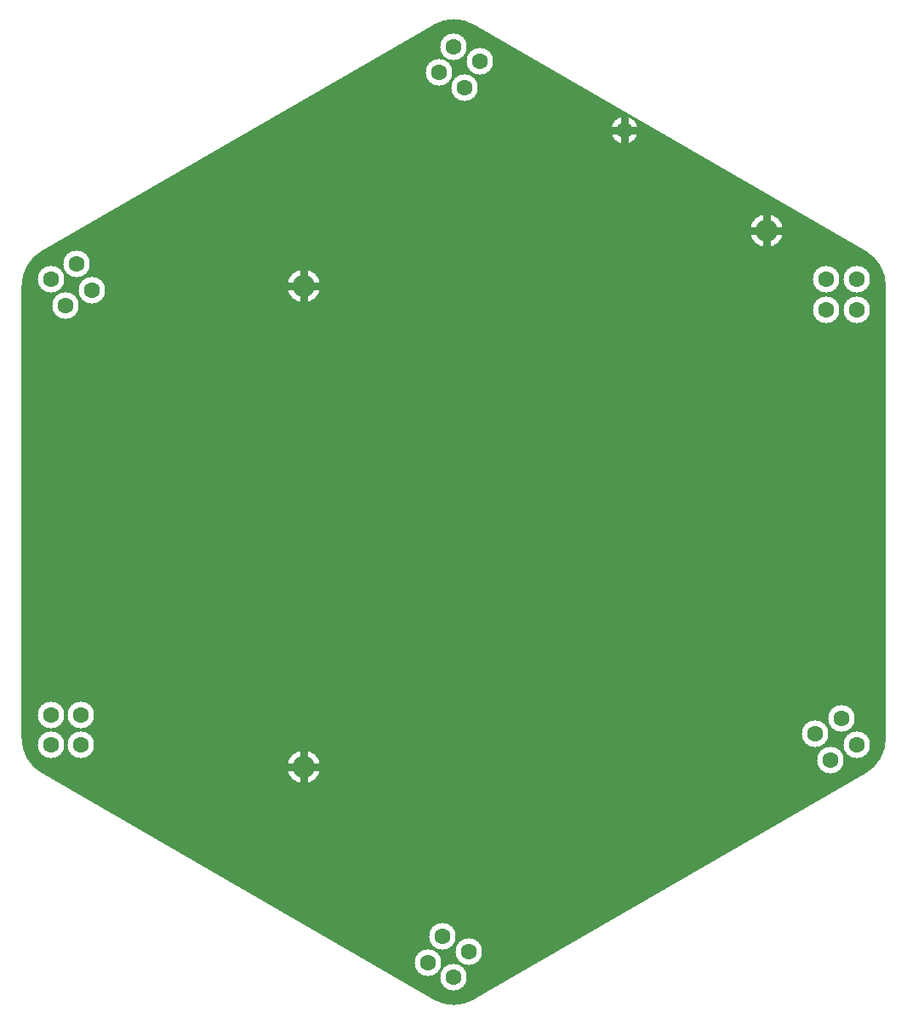
<source format=gbr>
G04 ================== begin FILE IDENTIFICATION RECORD ==================*
G04 Layout Name:  H:/JJL/PROJ/GS-Respeaker-Adapter/DESIGN/Adapter-Rev01.brd*
G04 Film Name:    SixMicAdapter-LAYER2-20200424*
G04 File Format:  Gerber RS274X*
G04 File Origin:  Cadence Allegro 16.6-2015-S108*
G04 Origin Date:  Fri Apr 24 13:42:38 2020*
G04 *
G04 Layer:  VIA CLASS/BOTTOM*
G04 Layer:  PIN/BOTTOM*
G04 Layer:  MANUFACTURING/BOTTOM_FILM*
G04 Layer:  MANUFACTURING/ALL_FILM*
G04 Layer:  ETCH/BOTTOM*
G04 *
G04 Offset:    (0.0000 0.0000)*
G04 Mirror:    No*
G04 Mode:      Positive*
G04 Rotation:  0*
G04 FullContactRelief:  No*
G04 UndefLineWidth:     0.0010*
G04 ================== end FILE IDENTIFICATION RECORD ====================*
%FSLAX35Y35*MOMM*%
%IR0*IPPOS*OFA0.00000B0.00000*MIA0B0*SFA1.00000B1.00000*%
%ADD11C,2.2*%
%ADD10C,1.6*%
%ADD12C,.75*%
%ADD14C,3.2304*%
%ADD15C,2.6304*%
%ADD13C,2.6404*%
G75*
%LPD*%
G75*
G36*
G01X199990Y-4849730D02*
G02X-199990I-199990J346401D01*
G01X-4099990Y-2598060D01*
G02X-4299990Y-2251660I199990J346404D01*
G01Y2251660D01*
G02X-4099990Y2598060I399990J-4D01*
G01X-199990Y4849730D01*
G02X199990I199990J-346401D01*
G01X4099990Y2598060D01*
G02X4299990Y2251660I-199990J-346404D01*
G01Y-2251660D01*
G02X4099990Y-2598060I-399990J4D01*
G01X199990Y-4849730D01*
G37*
%LPC*%
G75*
G54D14*
X3110000Y2801660D03*
X-1490000Y2251660D03*
Y-2538340D03*
G54D15*
X1700000Y3800000D03*
G54D13*
X4009700Y2015000D03*
X3709700D03*
Y2315000D03*
X3859700Y-2055200D03*
X259810Y4480000D03*
X109810Y4220190D03*
X150000Y-4370190D03*
X0Y4630000D03*
X-150000Y4370190D03*
X-259810Y-4480000D03*
X-109810Y-4220190D03*
X0Y-4630000D03*
X-3749890Y2465000D03*
X-3599890Y2205190D03*
X-4009700Y2315000D03*
X-3859700Y2055190D03*
X-3709700Y-2315000D03*
X-4009700D03*
Y-2015000D03*
X-3709700D03*
X4009700Y2315000D03*
X3749890Y-2465000D03*
X3599890Y-2205200D03*
X4009700Y-2315000D03*
%LPD*%
G75*
G54D10*
X-3709700Y-2015000D03*
X-4009700D03*
Y-2315000D03*
X-3709700D03*
X-3859700Y2055190D03*
X-4009700Y2315000D03*
X-3599890Y2205190D03*
X-3749890Y2465000D03*
X0Y-4630000D03*
X-109810Y-4220190D03*
X-259810Y-4480000D03*
X-150000Y4370190D03*
X0Y4630000D03*
X150000Y-4370190D03*
X109810Y4220190D03*
X259810Y4480000D03*
X1700000Y3800000D03*
X3599890Y-2205200D03*
X3749890Y-2465000D03*
X3859700Y-2055200D03*
X4009700Y-2315000D03*
Y2315000D03*
X3709700D03*
Y2015000D03*
X4009700D03*
G54D11*
X-1490000Y-2538340D03*
Y2251660D03*
X3110000Y2801660D03*
G54D12*
G01X-1490000Y-2538340D02*
X-1323380D01*
G01X-1656620D02*
X-1490000D01*
G01D02*
Y-2371720D01*
G01Y-2704960D02*
Y-2538340D01*
G01Y2251660D02*
X-1323380D01*
G01X-1656620D02*
X-1490000D01*
G01D02*
Y2418280D01*
G01Y2085040D02*
Y2251660D01*
G01X1700000Y3800000D02*
X1836620D01*
G01X1563380D02*
X1700000D01*
G01D02*
Y3936620D01*
G01Y3663380D02*
Y3800000D01*
G01X3110000Y2801660D02*
X3276620D01*
G01X2943380D02*
X3110000D01*
G01D02*
Y2968280D01*
G01Y2635040D02*
Y2801660D01*
M02*

</source>
